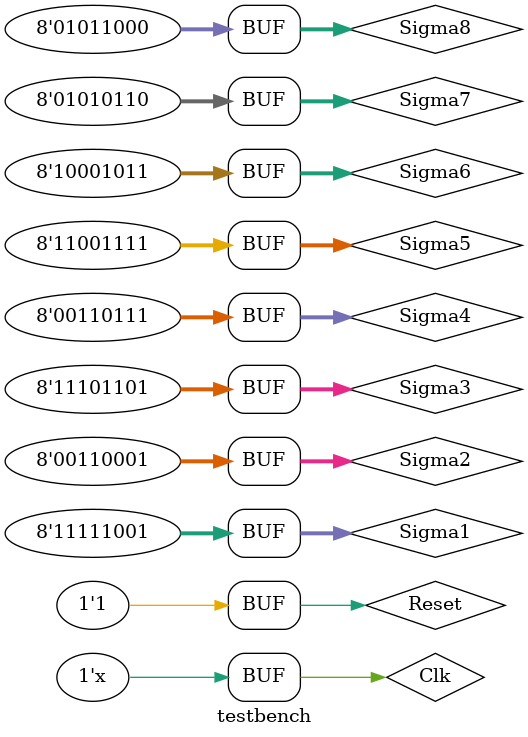
<source format=v>
`timescale 1ns / 1ps

module testbench;
	// Inputs
	reg [7:0] Sigma1;
	reg [7:0] Sigma2;
	reg [7:0] Sigma3;
	reg [7:0] Sigma4;
	reg [7:0] Sigma5;
	reg [7:0] Sigma6;
	reg [7:0] Sigma7;
	reg [7:0] Sigma8;
	reg Clk;
	reg Reset;

	// Outputs
	wire [7:0] Location1;
	wire [7:0] Location2;
	wire [7:0] Location3;
	wire [7:0] Location4;
	wire [7:0] Location5;
	wire [7:0] Location6;
	wire [7:0] Location7;
	wire [7:0] Location8;

	// Instantiate the Unit Under Test (UUT)
	error_Locations uut (
		.Sigma1(Sigma1), 
		.Sigma2(Sigma2), 
		.Sigma3(Sigma3), 
		.Sigma4(Sigma4), 
		.Sigma5(Sigma5), 
		.Sigma6(Sigma6), 
		.Sigma7(Sigma7), 
		.Sigma8(Sigma8), 
		.Clk(Clk), 
		.Reset(Reset), 
		.Location1(Location1), 
		.Location2(Location2), 
		.Location3(Location3), 
		.Location4(Location4), 
		.Location5(Location5), 
		.Location6(Location6), 
		.Location7(Location7), 
		.Location8(Location8)
	);

	initial begin
		// Initialize Inputs
		Sigma1 = 8'd249;
		Sigma2 = 8'd49;
		Sigma3 = 8'd237;
		Sigma4 = 8'd55;
		Sigma5 = 8'd207;
		Sigma6 = 8'd139;
		Sigma7 = 8'd86;
		Sigma8 = 8'd88;
		Clk = 0;
		Reset = 0;

		// Wait 100 ns for global reset to finish
		#2;
		Reset = 1'b1; 
        
		// Add stimulus here

	end
      
	always #1 Clk = ~Clk;
endmodule


</source>
